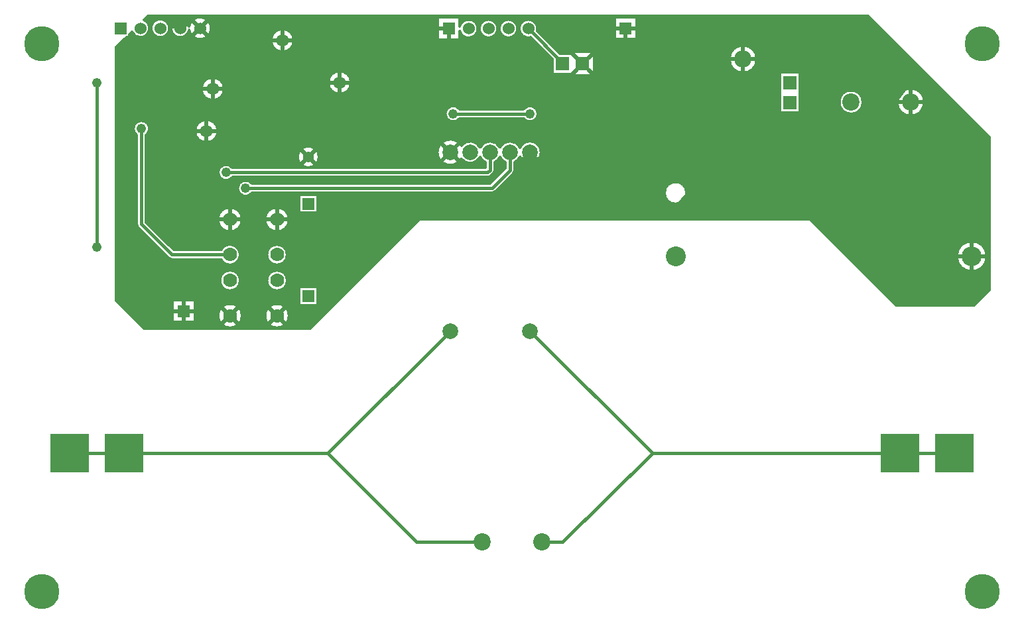
<source format=gbr>
G04 EasyPC Gerber Version 21.0.3 Build 4286 *
%FSLAX35Y35*%
%MOMM*%
%ADD14R,1.52400X1.52400*%
%ADD117R,1.77800X1.77800*%
%ADD121R,5.00000X5.00000*%
%ADD110C,0.30000*%
%ADD72C,0.38100*%
%ADD112C,0.50000*%
%ADD127C,1.21920*%
%ADD73C,1.42240*%
%ADD114C,1.52400*%
%ADD128C,1.60000*%
%ADD119C,1.77800*%
%ADD115C,2.00000*%
%ADD120C,2.20000*%
%ADD116C,2.54000*%
%ADD118C,4.50000*%
X0Y0D02*
D02*
D14*
X1507650Y7706350D03*
X2315650Y4091670D03*
X3905650Y5461670D03*
X3906350Y4281670D03*
X5698350Y7701670D03*
X7955650Y7706350D03*
D02*
D72*
X856350Y2271670D02*
X1556350D01*
X1205650Y7011670D02*
Y4911670D01*
X1556350Y2271670D02*
X4154430D01*
X2855650Y5861670D02*
X6195840D01*
X6225840Y5891670*
Y6121080*
X2905650Y4811670D02*
X2164830D01*
X1774830Y5201670*
Y6421670*
X3105650Y5661670D02*
X6249840D01*
X6479840Y5891670*
Y6121080*
X4154430Y2271670D02*
X5717840Y3835080D01*
X5755650Y6611670D02*
X6735650D01*
X6125350Y1141670D02*
X5284430D01*
X4154430Y2271670*
X6887350Y1141670D02*
X7146450D01*
X8297250Y2271670*
X7151650Y7251670D02*
Y7264370D01*
X6714350Y7701670*
X8297250Y2271670D02*
X6733840Y3835080D01*
X11456350Y2271670D02*
X8297250D01*
X11456350D02*
X12156350D01*
D02*
D73*
X3905650Y6061670D03*
D02*
D110*
X1455650Y7461670D02*
Y4221670D01*
X1805650Y3871670*
X3935650*
X5325650Y5261670*
X10305650*
X11405650Y4161670*
X12405650*
X12605650Y4361670*
Y6311670*
X11055650Y7861670*
X1855650*
X1807530Y7813550*
G75*
G02X1761650Y7589750I-45880J-107200*
G01*
G75*
G02X1654450Y7660470J116600*
G01*
X1624250Y7630270*
Y7589770*
X1583750*
X1455650Y7461670*
X11421650Y6761670D02*
G75*
G02X11771650I175000D01*
G01*
G75*
G02X11421650I-175000*
G01*
X12183790Y4791240D02*
G75*
G02X12567790I192000D01*
G01*
G75*
G02X12183790I-192000*
G01*
X2015650Y7822950D02*
G75*
G02X2132250Y7706350J-116600D01*
G01*
G75*
G02X2015650Y7589750I-116600*
G01*
G75*
G02X1899050Y7706350J116600*
G01*
G75*
G02X2015650Y7822950I116600*
G01*
X2384170Y7728300D02*
G75*
G02X2664850Y7706350I139480J-21950D01*
G01*
G75*
G02X2384170Y7684400I-141200*
G01*
G75*
G02X2153050Y7706350I-114520J21950*
G01*
G75*
G02X2384170Y7728300I116600*
G01*
X2540650Y6931670D02*
G75*
G02X2830650I145000D01*
G01*
G75*
G02X2540650I-145000*
G01*
X2751750Y5261670D02*
G75*
G02X3059550I153900D01*
G01*
G75*
G02X2751750I-153900*
G01*
X6607750Y6178980D02*
G75*
G02X6876050Y6121080I127900J-57900D01*
G01*
G75*
G02X6607750Y6063180I-140400*
G01*
G75*
G02X6539290Y5993890I-127910J57910*
G01*
Y5891670*
G75*
G02X6521880Y5849630I-59450*
G01*
X6291880Y5619630*
G75*
G02X6249820Y5602220I-42040J42050*
G01*
X3187740*
G75*
G02X3004290Y5661670I-82090J59450*
G01*
G75*
G02X3187740Y5721120I101360*
G01*
X6225220*
X6420390Y5916300*
Y5993890*
G75*
G02X6352840Y6061220I59450J127190*
G01*
G75*
G02X6285290Y5993890I-127000J59860*
G01*
Y5891670*
G75*
G02X6267880Y5849630I-59450*
G01*
X6237880Y5819630*
G75*
G02X6195820Y5802220I-42040J42050*
G01*
X2937740*
G75*
G02X2754290Y5861670I-82090J59450*
G01*
G75*
G02X2937740Y5921120I101360*
G01*
X6166390*
Y5993890*
G75*
G02X6098840Y6061220I59450J127190*
G01*
G75*
G02X5859630Y6036690I-127000J59860*
G01*
G75*
G02X5552840Y6121080I-141790J84390*
G01*
G75*
G02X5859630Y6205470I165000*
G01*
G75*
G02X6098840Y6180940I112210J-84390*
G01*
G75*
G02X6352840I127000J-59860*
G01*
G75*
G02X6607750Y6178980I127000J-59860*
G01*
X3351750Y5261670D02*
G75*
G02X3659550I153900D01*
G01*
G75*
G02X3351750I-153900*
G01*
X3352450Y4031670D02*
G75*
G02X3660250I153900D01*
G01*
G75*
G02X3352450I-153900*
G01*
X3376350Y4811670D02*
G75*
G02X3634950I129300D01*
G01*
G75*
G02X3376350I-129300*
G01*
X3377050Y4481670D02*
G75*
G02X3635650I129300D01*
G01*
G75*
G02X3377050I-129300*
G01*
X3789050Y5578270D02*
X4022250D01*
Y5345070*
X3789050*
Y5578270*
X3789750Y4398270D02*
X4022950D01*
Y4165070*
X3789750*
Y4398270*
X2460650Y6391670D02*
G75*
G02X2750650I145000D01*
G01*
G75*
G02X2460650I-145000*
G01*
X3430650Y7550570D02*
G75*
G02X3720650I145000D01*
G01*
G75*
G02X3430650I-145000*
G01*
X3769530Y6061670D02*
G75*
G02X4041770I136120D01*
G01*
G75*
G02X3769530I-136120*
G01*
X4160650Y7011670D02*
G75*
G02X4450650I145000D01*
G01*
G75*
G02X4160650I-145000*
G01*
X5839550Y7731200D02*
G75*
G02X6068950Y7701670I112800J-29530D01*
G01*
G75*
G02X5839550Y7672140I-116600*
G01*
Y7560470*
X5557150*
Y7842870*
X5839550*
Y7731200*
X6653560Y6671120D02*
G75*
G02X6837010Y6611670I82090J-59450D01*
G01*
G75*
G02X6653560Y6552220I-101360*
G01*
X5837740*
G75*
G02X5654290Y6611670I-82090J59450*
G01*
G75*
G02X5837740Y6671120I101360*
G01*
X6653560*
X6206350Y7818270D02*
G75*
G02X6322950Y7701670J-116600D01*
G01*
G75*
G02X6206350Y7585070I-116600*
G01*
G75*
G02X6089750Y7701670J116600*
G01*
G75*
G02X6206350Y7818270I116600*
G01*
X6460350D02*
G75*
G02X6576950Y7701670J-116600D01*
G01*
G75*
G02X6460350Y7585070I-116600*
G01*
G75*
G02X6343750Y7701670J116600*
G01*
G75*
G02X6460350Y7818270I116600*
G01*
X7251750Y7405570D02*
X7559550D01*
Y7097770*
X7251750*
Y7122370*
X7022350*
Y7309600*
X6743240Y7588710*
G75*
G02X6597750Y7701670I-28890J112960*
G01*
G75*
G02X6714350Y7818270I116600*
G01*
G75*
G02X6827310Y7672780J-116600*
G01*
X7119130Y7380970*
X7251750*
Y7405570*
X7814450Y7847570D02*
X8096850D01*
Y7565170*
X7814450*
Y7847570*
X8453390Y5601240D02*
G75*
G02X8734190I140400D01*
G01*
G75*
G02X8453390I-140400*
G01*
X9280650Y7311670D02*
G75*
G02X9630650I175000D01*
G01*
G75*
G02X9280650I-175000*
G01*
X9926350Y7140970D02*
X10184950D01*
Y6628370*
X9926350*
Y7140970*
X10684250Y6761670D02*
G75*
G02X10985050I150400D01*
G01*
G75*
G02X10684250I-150400*
G01*
X2790830Y4871120D02*
G75*
G02X3034950Y4811670I114820J-59450D01*
G01*
G75*
G02X2790830Y4752220I-129300*
G01*
X2164850*
G75*
G02X2122790Y4769630I-20J59460*
G01*
X1732790Y5159630*
G75*
G02X1715380Y5201670I42040J42040*
G01*
Y6339580*
G75*
G02X1673470Y6421670I59450J82090*
G01*
G75*
G02X1876190I101360*
G01*
G75*
G02X1834280Y6339580I-101360*
G01*
Y5226300*
X2189460Y4871120*
X2790830*
X2174450Y4232870D02*
X2456850D01*
Y3950470*
X2174450*
Y4232870*
X2752450Y4031670D02*
G75*
G02X3060250I153900D01*
G01*
G75*
G02X2752450I-153900*
G01*
X2777050Y4481670D02*
G75*
G02X3035650I129300D01*
G01*
G75*
G02X2777050I-129300*
G01*
X2752450Y4031670D02*
G36*
X2456850D01*
Y3950470*
X2174450*
Y4031670*
X1645650*
X1790650Y3886670*
X2854770*
G75*
G02X2752450Y4031670I51580J145000*
G01*
G37*
X3352450D02*
G36*
X3060250D01*
G75*
G02X2957930Y3886670I-153900*
G01*
X3454770*
G75*
G02X3352450Y4031670I51580J145000*
G01*
G37*
X4095650D02*
G36*
X3660250D01*
G75*
G02X3557930Y3886670I-153900*
G01*
X3950650*
X4095650Y4031670*
G37*
G36*
X4345650Y4281670*
X4022950*
Y4165070*
X3789750*
Y4281670*
X1470650*
Y4206670*
X1645650Y4031670*
X2174450*
Y4232870*
X2456850*
Y4031670*
X2752450*
G75*
G02X3060250I153900*
G01*
X3352450*
G75*
G02X3660250I153900*
G01*
X4095650*
G37*
X12525650Y4281670D02*
G36*
X11285650D01*
X11405650Y4161670*
X12405650*
X12525650Y4281670*
G37*
X4345650D02*
G36*
X4545650Y4481670D01*
X3635650*
G75*
G02X3377050I-129300*
G01*
X3035650*
G75*
G02X2777050I-129300*
G01*
X1470650*
Y4281670*
X3789750*
Y4398270*
X4022950*
Y4281670*
X4345650*
G37*
X12590650Y4346670D02*
G36*
Y4481670D01*
X11085650*
X11285650Y4281670*
X12525650*
X12590650Y4346670*
G37*
X4545650Y4481670D02*
G36*
X4855220Y4791240D01*
X3633330*
G75*
G02X3377970I-127680J20430*
G01*
X3033330*
G75*
G02X2790830Y4752220I-127680J20430*
G01*
X2164850*
G75*
G02X2122790Y4769630I-20J59460*
G01*
X2101180Y4791240*
X1470650*
Y4481670*
X2777050*
G75*
G02X3035650I129300*
G01*
X3377050*
G75*
G02X3635650I129300*
G01*
X4545650*
G37*
X11085650D02*
G36*
X12590650D01*
Y4791240*
X12567790*
G75*
G02X12183790I-192000*
G01*
X10776080*
X11085650Y4481670*
G37*
X2101180Y4791240D02*
G36*
X1732790Y5159630D01*
G75*
G02X1715380Y5201650I42010J42020*
G01*
G75*
G02Y5201670I63660J10*
G01*
Y5261670*
X1470650*
Y4791240*
X2101180*
G37*
X4855220D02*
G36*
X5325650Y5261670D01*
X3659550*
G75*
G02X3351750I-153900*
G01*
X3059550*
G75*
G02X2751750I-153900*
G01*
X1834280*
Y5226300*
X2189460Y4871120*
X2790830*
G75*
G02X3034950Y4811670I114820J-59450*
G01*
G75*
G02X3033330Y4791240I-129310J-30*
G01*
X3377970*
G75*
G02X3376350Y4811670I127680J20400*
G01*
G75*
G02X3634950I129300*
G01*
G75*
G02X3633330Y4791240I-129300J-30*
G01*
X4855220*
G37*
X10776080D02*
G36*
X12183790D01*
G75*
G02X12567790I192000*
G01*
X12590650*
Y5261670*
X10305650*
X10776080Y4791240*
G37*
X1715380Y5461670D02*
G36*
X1470650D01*
Y5261670*
X1715380*
Y5461670*
G37*
X10305650Y5261670D02*
G36*
X12590650D01*
Y5461670*
X8609030*
G75*
G02X8578550I-15240J139540*
G01*
X4022250*
Y5345070*
X3789050*
Y5461670*
X1834280*
Y5261670*
X2751750*
G75*
G02X3059550I153900*
G01*
X3351750*
G75*
G02X3659550I153900*
G01*
X5325650*
X10305650*
G37*
X1715380Y5601240D02*
G36*
X1470650D01*
Y5461670*
X1715380*
Y5601240*
G37*
X8453390D02*
G36*
X3187020D01*
G75*
G02X3024280I-81370J60430*
G01*
X1834280*
Y5461670*
X3789050*
Y5578270*
X4022250*
Y5461670*
X8578550*
G75*
G02X8453390Y5601240I15240J139570*
G01*
G37*
X8734190D02*
G36*
G75*
G02X8609030Y5461670I-140400D01*
G01*
X12590650*
Y5601240*
X8734190*
G37*
X1715380Y5923190D02*
G36*
X1470650D01*
Y5601240*
X1715380*
Y5923190*
G37*
X6420390D02*
G36*
X6285290D01*
Y5891670*
G75*
G02Y5891650I-63660J-10*
G01*
G75*
G02X6267880Y5849630I-59420*
G01*
X6237880Y5819630*
G75*
G02X6195820Y5802220I-42040J42050*
G01*
X2937740*
G75*
G02X2754290Y5861670I-82090J59450*
G01*
G75*
G02X2775100Y5923190I101360J-10*
G01*
X1834280*
Y5601240*
X3024280*
G75*
G02X3004290Y5661670I81370J60440*
G01*
G75*
G02X3187740Y5721120I101360*
G01*
X6225220*
X6420390Y5916300*
Y5923190*
G37*
X6166390D02*
G36*
X2936200D01*
G75*
G02X2937740Y5921120I-80570J-61550*
G01*
X6166390*
Y5923190*
G37*
X6539290D02*
G36*
Y5891670D01*
G75*
G02Y5891650I-63660J-10*
G01*
G75*
G02X6521880Y5849630I-59420*
G01*
X6291880Y5619630*
G75*
G02X6249820Y5602220I-42040J42050*
G01*
X3187740*
G75*
G02X3187020Y5601240I-82210J59640*
G01*
X8453390*
G75*
G02X8734190I140400*
G01*
X12590650*
Y5923190*
X6539290*
G37*
X1715380Y6061670D02*
G36*
X1470650D01*
Y5923190*
X1715380*
Y6061670*
G37*
X5563910D02*
G36*
X4041770D01*
G75*
G02X3769530I-136120*
G01*
X1834280*
Y5923190*
X2775100*
G75*
G02X2936200I80550J-61520*
G01*
X6166390*
Y5993890*
G75*
G02X6098840Y6061220I59400J127140*
G01*
G75*
G02X5859630Y6036690I-127000J59860*
G01*
G75*
G02X5563910Y6061670I-141790J84390*
G01*
G37*
X6420390Y5923190D02*
G36*
Y5993890D01*
G75*
G02X6352840Y6061220I59400J127140*
G01*
G75*
G02X6285290Y5993890I-126950J59810*
G01*
Y5923190*
X6420390*
G37*
X6862860Y6061670D02*
G36*
G75*
G02X6608440I-127210J59410D01*
G01*
X6607060*
G75*
G02X6539290Y5993890I-127240J59450*
G01*
Y5923190*
X12590650*
Y6061670*
X6862860*
G37*
X1678010Y6391670D02*
G36*
X1470650D01*
Y6061670*
X1715380*
Y6339580*
G75*
G02X1678010Y6391670I59400J82060*
G01*
G37*
X6862860Y6061670D02*
G36*
X12590650D01*
Y6326670*
X12525650Y6391670*
X2750650*
G75*
G02X2460650I-145000*
G01*
X1871650*
G75*
G02X1834280Y6339580I-96800J30000*
G01*
Y6061670*
X3769530*
G75*
G02X4041770I136120*
G01*
X5563910*
G75*
G02X5552840Y6121080I153940J59420*
G01*
G75*
G02X5859630Y6205470I165000*
G01*
G75*
G02X6098840Y6180940I112210J-84390*
G01*
G75*
G02X6352840I127000J-59860*
G01*
G75*
G02X6607750Y6178980I127000J-59860*
G01*
G75*
G02X6876050Y6121080I127900J-57900*
G01*
G75*
G02X6862860Y6061670I-140410*
G01*
G37*
X6608440D02*
G36*
G75*
G02X6607750Y6063180I127260J59060D01*
G01*
G75*
G02X6607060Y6061670I-127950J57550*
G01*
X6608440*
G37*
X11686790Y6611670D02*
G36*
G75*
G02X11506510I-90140J150000D01*
G01*
X10845610*
G75*
G02X10823690I-10960J149980*
G01*
X6837010*
G75*
G02X6653560Y6552220I-101360*
G01*
X5837740*
G75*
G02X5654290Y6611670I-82090J59450*
G01*
X1470650*
Y6391670*
X1678010*
G75*
G02X1673470Y6421650I96780J29990*
G01*
G75*
G02Y6421670I88150J10*
G01*
G75*
G02X1876190I101360*
G01*
G75*
G02X1871650Y6391670I-101360*
G01*
X2460650*
G75*
G02X2750650I145000*
G01*
X12525650*
X12305650Y6611670*
X11686790*
G37*
X10684250Y6761670D02*
G36*
X10184950D01*
Y6628370*
X9926350*
Y6761670*
X1470650*
Y6611670*
X5654290*
G75*
G02X5837740Y6671120I101360*
G01*
X6653560*
G75*
G02X6837010Y6611670I82090J-59450*
G01*
X10823690*
G75*
G02X10684250Y6761670I10960J150000*
G01*
G37*
X11421650D02*
G36*
X10985050D01*
G75*
G02X10845610Y6611670I-150400*
G01*
X11506510*
G75*
G02X11421650Y6761670I90140J150000*
G01*
G37*
X11771650D02*
G36*
G75*
G02X11686790Y6611670I-175000D01*
G01*
X12305650*
X12155650Y6761670*
X11771650*
G37*
X9926350Y6931670D02*
G36*
X4426580D01*
G75*
G02X4184720I-120930J80000*
G01*
X2830650*
G75*
G02X2540650I-145000*
G01*
X1470650*
Y6761670*
X9926350*
Y6931670*
G37*
X11421650Y6761670D02*
G36*
G75*
G02X11555120Y6931670I175000D01*
G01*
X10184950*
Y6761670*
X10684250*
G75*
G02X10985050I150400*
G01*
X11421650*
G37*
X11771650D02*
G36*
X12155650D01*
X11985650Y6931670*
X11638180*
G75*
G02X11771650Y6761670I-41530J-170000*
G01*
G37*
X7559550Y7311670D02*
G36*
Y7097770D01*
X7251750*
Y7122370*
X7022350*
Y7309600*
X7020280Y7311670*
X1470650*
Y6931670*
X2540650*
G75*
G02X2830650I145000*
G01*
X4184720*
G75*
G02X4160650Y7011670I120930J80010*
G01*
G75*
G02X4450650I145000*
G01*
G75*
G02X4426580Y6931670I-145000J10*
G01*
X9926350*
Y7140970*
X10184950*
Y6931670*
X11555120*
G75*
G02X11638180I41530J-169990*
G01*
X11985650*
X11605650Y7311670*
X9630650*
G75*
G02X9280650I-175000*
G01*
X7559550*
G37*
X7020280D02*
G36*
X6781380Y7550570D01*
X3720650*
G75*
G02X3430650I-145000*
G01*
X1544550*
X1470650Y7476670*
Y7311670*
X7020280*
G37*
X7559550D02*
G36*
X9280650D01*
G75*
G02X9630650I175000*
G01*
X11605650*
X11366750Y7550570*
X6949520*
X7119130Y7380970*
X7251750*
Y7405570*
X7559550*
Y7311670*
G37*
X6781380Y7550570D02*
G36*
X6743240Y7588710D01*
G75*
G02X6597750Y7701660I-28900J112950*
G01*
G75*
G02Y7701670I190990J10*
G01*
G75*
G02X6597840Y7706350I116720J100*
G01*
X6576860*
G75*
G02X6576950Y7701670I-116630J-4580*
G01*
G75*
G02X6460350Y7585070I-116600*
G01*
G75*
G02X6343750Y7701670J116600*
G01*
G75*
G02X6343840Y7706350I116720J100*
G01*
X6322860*
G75*
G02X6322950Y7701670I-116630J-4580*
G01*
G75*
G02X6206350Y7585070I-116600*
G01*
G75*
G02X6089750Y7701670J116600*
G01*
G75*
G02X6089840Y7706350I116720J100*
G01*
X6068860*
G75*
G02X6068950Y7701670I-116630J-4580*
G01*
G75*
G02X5839550Y7672140I-116600*
G01*
Y7560470*
X5557150*
Y7706350*
X2664850*
G75*
G02X2384170Y7684400I-141200*
G01*
G75*
G02X2153050Y7706350I-114520J21950*
G01*
X2132250*
G75*
G02X2015650Y7589750I-116600*
G01*
G75*
G02X1899050Y7706350J116600*
G01*
X1878250*
G75*
G02X1761650Y7589750I-116600*
G01*
G75*
G02X1654450Y7660470J116610*
G01*
X1624250Y7630270*
Y7589770*
X1583750*
X1544550Y7550570*
X3430650*
G75*
G02X3720650I145000*
G01*
X6781380*
G37*
X8096850Y7706350D02*
G36*
Y7565170D01*
X7814450*
Y7706350*
X6830850*
G75*
G02X6830950Y7701680I-116470J-4830*
G01*
G75*
G02X6827310Y7672780I-116600J10*
G01*
X6949520Y7550570*
X11366750*
X11210970Y7706350*
X8096850*
G37*
Y7846670D02*
G36*
Y7706350D01*
X11210970*
X11070650Y7846670*
X8096850*
G37*
X2153050Y7706350D02*
G36*
G75*
G02X2384170Y7728300I116600D01*
G01*
G75*
G02X2507910Y7846670I139480J-21950*
G01*
X1840650*
X1807530Y7813550*
G75*
G02X1878250Y7706350I-45880J-107200*
G01*
X1899050*
G75*
G02X2015650Y7822950I116600*
G01*
G75*
G02X2132250Y7706350J-116600*
G01*
X2153050*
G37*
X7814450Y7846670D02*
G36*
X2539390D01*
G75*
G02X2664850Y7706350I-15740J-140320*
G01*
X5557150*
Y7842870*
X5839550*
Y7731200*
G75*
G02X6068860Y7706350I112800J-29530*
G01*
X6089840*
G75*
G02X6206350Y7818270I116500J-4680*
G01*
G75*
G02X6322860Y7706350I10J-116600*
G01*
X6343840*
G75*
G02X6460350Y7818270I116500J-4680*
G01*
G75*
G02X6576860Y7706350I10J-116600*
G01*
X6597840*
G75*
G02X6714350Y7818270I116500J-4680*
G01*
G75*
G02X6830850Y7706350J-116590*
G01*
X7814450*
Y7846670*
G37*
D02*
D112*
X2264450Y4091670D02*
X2164450D01*
X2315650Y4040470D02*
Y3940470D01*
Y4142870D02*
Y4242870D01*
X2366850Y4091670D02*
X2466850D01*
X2487450Y7670150D02*
X2416740Y7599440D01*
X2487450Y7742550D02*
X2416740Y7813260D01*
X2550650Y6391670D02*
X2450650D01*
X2559850Y7670150D02*
X2630560Y7599440D01*
X2559850Y7742550D02*
X2630560Y7813260D01*
X2605650Y6336670D02*
Y6236670D01*
Y6446670D02*
Y6546670D01*
X2630650Y6931670D02*
X2530650D01*
X2660650Y6391670D02*
X2760650D01*
X2685650Y6876670D02*
Y6776670D01*
Y6986670D02*
Y7086670D01*
X2740650Y6931670D02*
X2840650D01*
X2841750Y5261670D02*
X2741750D01*
X2861170Y3986490D02*
X2790460Y3915780D01*
X2861170Y4076850D02*
X2790460Y4147560D01*
X2905650Y5197770D02*
Y5097770D01*
Y5325570D02*
Y5425570D01*
X2951530Y3986490D02*
X3022240Y3915780D01*
X2951530Y4076850D02*
X3022240Y4147560D01*
X2969550Y5261670D02*
X3069550D01*
X3441750D02*
X3341750D01*
X3461170Y3986490D02*
X3390460Y3915780D01*
X3461170Y4076850D02*
X3390460Y4147560D01*
X3505650Y5197770D02*
Y5097770D01*
Y5325570D02*
Y5425570D01*
X3520650Y7550570D02*
X3420650D01*
X3551530Y3986490D02*
X3622240Y3915780D01*
X3551530Y4076850D02*
X3622240Y4147560D01*
X3569550Y5261670D02*
X3669550D01*
X3575650Y7495570D02*
Y7395570D01*
Y7605570D02*
Y7705570D01*
X3630650Y7550570D02*
X3730650D01*
X3873040Y6029060D02*
X3802330Y5958350D01*
X3873040Y6094280D02*
X3802330Y6164990D01*
X3938260Y6029060D02*
X4008970Y5958350D01*
X3938260Y6094280D02*
X4008970Y6164990D01*
X4250650Y7011670D02*
X4150650D01*
X4305650Y6956670D02*
Y6856670D01*
Y7066670D02*
Y7166670D01*
X4360650Y7011670D02*
X4460650D01*
X5647150Y7701670D02*
X5547150D01*
X5664810Y6068050D02*
X5594100Y5997340D01*
X5664810Y6174110D02*
X5594100Y6244820D01*
X5698350Y7650470D02*
Y7550470D01*
X5770870Y6068050D02*
X5841580Y5997340D01*
X5770870Y6174110D02*
X5841580Y6244820D01*
X7334430Y7180450D02*
X7241750Y7087770D01*
X7334430Y7322890D02*
X7241750Y7415570D01*
X7476870Y7180450D02*
X7569550Y7087770D01*
X7476870Y7322890D02*
X7569550Y7415570D01*
X7904450Y7706350D02*
X7804450D01*
X7955650Y7655150D02*
Y7555170D01*
X8006850Y7706350D02*
X8106850D01*
X9370650Y7311670D02*
X9270650D01*
X9455650Y7226670D02*
Y7126670D01*
Y7396670D02*
Y7496670D01*
X9540650Y7311670D02*
X9640650D01*
X11511650Y6761670D02*
X11411650D01*
X11596650Y6676670D02*
Y6576670D01*
Y6846670D02*
Y6946670D01*
X11681650Y6761670D02*
X11781650D01*
X12273790Y4791240D02*
X12173790D01*
X12375790Y4689240D02*
Y4589240D01*
Y4893240D02*
Y4993240D01*
X12477790Y4791240D02*
X12577790D01*
D02*
D114*
X1761650Y7706350D03*
X2015650D03*
X2269650D03*
X2523650D03*
X5952350Y7701670D03*
X6206350D03*
X6460350D03*
X6714350D03*
D02*
D115*
X5717840Y3835080D03*
Y6121080D03*
X5971840D03*
X6225840D03*
X6479840D03*
X6733840Y3835080D03*
X6735650Y6121080D03*
D02*
D116*
X8593790Y4791240D03*
X12375790D03*
D02*
D117*
X7151650Y7251670D03*
X7405650D03*
X10055650Y6757670D03*
Y7011670D03*
D02*
D118*
X506350Y506350D03*
Y7506350D03*
X12506350Y506350D03*
Y7506350D03*
D02*
D119*
X2905650Y4811670D03*
Y5261670D03*
X2906350Y4031670D03*
Y4481670D03*
X3505650Y4811670D03*
Y5261670D03*
X3506350Y4031670D03*
Y4481670D03*
D02*
D120*
X6125350Y1141670D03*
X6887350D03*
X9455650Y7311670D03*
X10834650Y6761670D03*
X11596650D03*
D02*
D121*
X856350Y2271670D03*
X1556350D03*
X11456350D03*
X12156350D03*
D02*
D127*
X1205650Y4911670D03*
Y7011670D03*
X1774830Y6421670D03*
X2855650Y5861670D03*
X3105650Y5661670D03*
X5755650Y6611670D03*
X6735650D03*
D02*
D128*
X2605650Y6391670D03*
X2685650Y6931670D03*
X3575650Y7550570D03*
X4305650Y7011670D03*
X0Y0D02*
M02*

</source>
